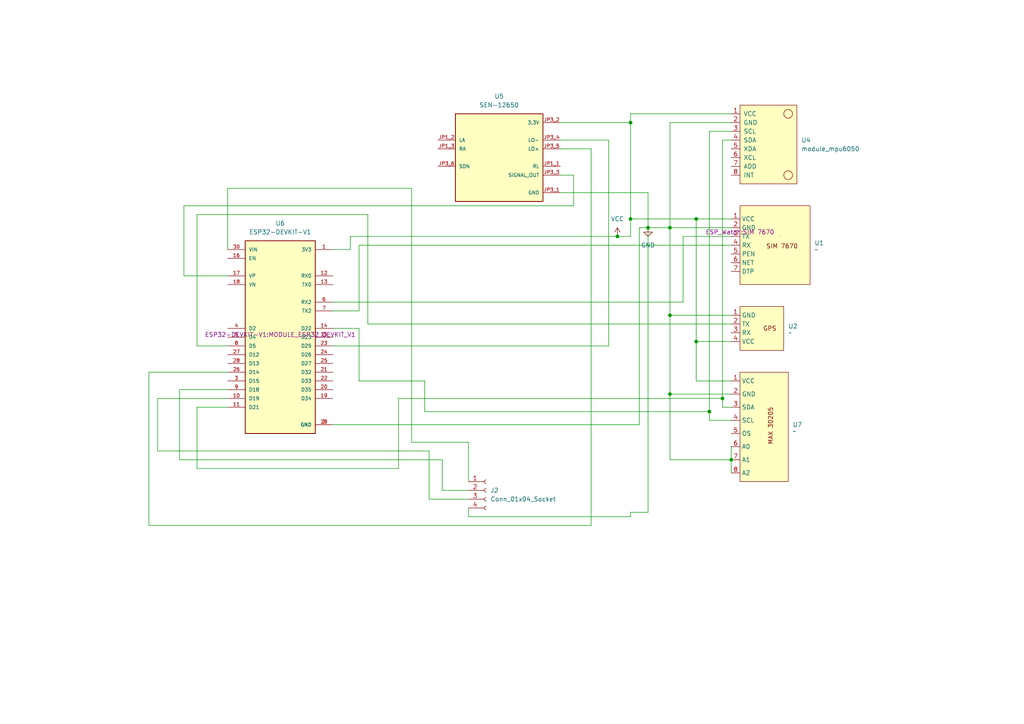
<source format=kicad_sch>
(kicad_sch
	(version 20231120)
	(generator "eeschema")
	(generator_version "8.0")
	(uuid "bd5c0c50-4745-4e44-aefa-3be5260d933f")
	(paper "A4")
	(lib_symbols
		(symbol "Connector:Conn_01x04_Socket"
			(pin_names
				(offset 1.016) hide)
			(exclude_from_sim no)
			(in_bom yes)
			(on_board yes)
			(property "Reference" "J"
				(at 0 5.08 0)
				(effects
					(font
						(size 1.27 1.27)
					)
				)
			)
			(property "Value" "Conn_01x04_Socket"
				(at 0 -7.62 0)
				(effects
					(font
						(size 1.27 1.27)
					)
				)
			)
			(property "Footprint" ""
				(at 0 0 0)
				(effects
					(font
						(size 1.27 1.27)
					)
					(hide yes)
				)
			)
			(property "Datasheet" "~"
				(at 0 0 0)
				(effects
					(font
						(size 1.27 1.27)
					)
					(hide yes)
				)
			)
			(property "Description" "Generic connector, single row, 01x04, script generated"
				(at 0 0 0)
				(effects
					(font
						(size 1.27 1.27)
					)
					(hide yes)
				)
			)
			(property "ki_locked" ""
				(at 0 0 0)
				(effects
					(font
						(size 1.27 1.27)
					)
				)
			)
			(property "ki_keywords" "connector"
				(at 0 0 0)
				(effects
					(font
						(size 1.27 1.27)
					)
					(hide yes)
				)
			)
			(property "ki_fp_filters" "Connector*:*_1x??_*"
				(at 0 0 0)
				(effects
					(font
						(size 1.27 1.27)
					)
					(hide yes)
				)
			)
			(symbol "Conn_01x04_Socket_1_1"
				(arc
					(start 0 -4.572)
					(mid -0.5058 -5.08)
					(end 0 -5.588)
					(stroke
						(width 0.1524)
						(type default)
					)
					(fill
						(type none)
					)
				)
				(arc
					(start 0 -2.032)
					(mid -0.5058 -2.54)
					(end 0 -3.048)
					(stroke
						(width 0.1524)
						(type default)
					)
					(fill
						(type none)
					)
				)
				(polyline
					(pts
						(xy -1.27 -5.08) (xy -0.508 -5.08)
					)
					(stroke
						(width 0.1524)
						(type default)
					)
					(fill
						(type none)
					)
				)
				(polyline
					(pts
						(xy -1.27 -2.54) (xy -0.508 -2.54)
					)
					(stroke
						(width 0.1524)
						(type default)
					)
					(fill
						(type none)
					)
				)
				(polyline
					(pts
						(xy -1.27 0) (xy -0.508 0)
					)
					(stroke
						(width 0.1524)
						(type default)
					)
					(fill
						(type none)
					)
				)
				(polyline
					(pts
						(xy -1.27 2.54) (xy -0.508 2.54)
					)
					(stroke
						(width 0.1524)
						(type default)
					)
					(fill
						(type none)
					)
				)
				(arc
					(start 0 0.508)
					(mid -0.5058 0)
					(end 0 -0.508)
					(stroke
						(width 0.1524)
						(type default)
					)
					(fill
						(type none)
					)
				)
				(arc
					(start 0 3.048)
					(mid -0.5058 2.54)
					(end 0 2.032)
					(stroke
						(width 0.1524)
						(type default)
					)
					(fill
						(type none)
					)
				)
				(pin passive line
					(at -5.08 2.54 0)
					(length 3.81)
					(name "Pin_1"
						(effects
							(font
								(size 1.27 1.27)
							)
						)
					)
					(number "1"
						(effects
							(font
								(size 1.27 1.27)
							)
						)
					)
				)
				(pin passive line
					(at -5.08 0 0)
					(length 3.81)
					(name "Pin_2"
						(effects
							(font
								(size 1.27 1.27)
							)
						)
					)
					(number "2"
						(effects
							(font
								(size 1.27 1.27)
							)
						)
					)
				)
				(pin passive line
					(at -5.08 -2.54 0)
					(length 3.81)
					(name "Pin_3"
						(effects
							(font
								(size 1.27 1.27)
							)
						)
					)
					(number "3"
						(effects
							(font
								(size 1.27 1.27)
							)
						)
					)
				)
				(pin passive line
					(at -5.08 -5.08 0)
					(length 3.81)
					(name "Pin_4"
						(effects
							(font
								(size 1.27 1.27)
							)
						)
					)
					(number "4"
						(effects
							(font
								(size 1.27 1.27)
							)
						)
					)
				)
			)
		)
		(symbol "ESP32-DEVKIT-V1:ESP32-DEVKIT-V1"
			(pin_names
				(offset 1.016)
			)
			(exclude_from_sim no)
			(in_bom yes)
			(on_board yes)
			(property "Reference" "U"
				(at -10.16 30.48 0)
				(effects
					(font
						(size 1.27 1.27)
					)
					(justify left top)
				)
			)
			(property "Value" "ESP32-DEVKIT-V1"
				(at -10.16 -30.48 0)
				(effects
					(font
						(size 1.27 1.27)
					)
					(justify left bottom)
				)
			)
			(property "Footprint" "ESP32-DEVKIT-V1:MODULE_ESP32_DEVKIT_V1"
				(at 0 0 0)
				(effects
					(font
						(size 1.27 1.27)
					)
					(justify bottom)
					(hide yes)
				)
			)
			(property "Datasheet" ""
				(at 0 0 0)
				(effects
					(font
						(size 1.27 1.27)
					)
					(hide yes)
				)
			)
			(property "Description" ""
				(at 0 0 0)
				(effects
					(font
						(size 1.27 1.27)
					)
					(hide yes)
				)
			)
			(property "MF" "Do it"
				(at 0 0 0)
				(effects
					(font
						(size 1.27 1.27)
					)
					(justify bottom)
					(hide yes)
				)
			)
			(property "MAXIMUM_PACKAGE_HEIGHT" "6.8 mm"
				(at 0 0 0)
				(effects
					(font
						(size 1.27 1.27)
					)
					(justify bottom)
					(hide yes)
				)
			)
			(property "Package" "None"
				(at 0 0 0)
				(effects
					(font
						(size 1.27 1.27)
					)
					(justify bottom)
					(hide yes)
				)
			)
			(property "Price" "None"
				(at 0 0 0)
				(effects
					(font
						(size 1.27 1.27)
					)
					(justify bottom)
					(hide yes)
				)
			)
			(property "Check_prices" "https://www.snapeda.com/parts/ESP32-DEVKIT-V1/Do+it/view-part/?ref=eda"
				(at 0 0 0)
				(effects
					(font
						(size 1.27 1.27)
					)
					(justify bottom)
					(hide yes)
				)
			)
			(property "STANDARD" "Manufacturer Recommendations"
				(at 0 0 0)
				(effects
					(font
						(size 1.27 1.27)
					)
					(justify bottom)
					(hide yes)
				)
			)
			(property "PARTREV" "N/A"
				(at 0 0 0)
				(effects
					(font
						(size 1.27 1.27)
					)
					(justify bottom)
					(hide yes)
				)
			)
			(property "SnapEDA_Link" "https://www.snapeda.com/parts/ESP32-DEVKIT-V1/Do+it/view-part/?ref=snap"
				(at 0 0 0)
				(effects
					(font
						(size 1.27 1.27)
					)
					(justify bottom)
					(hide yes)
				)
			)
			(property "MP" "ESP32-DEVKIT-V1"
				(at 0 0 0)
				(effects
					(font
						(size 1.27 1.27)
					)
					(justify bottom)
					(hide yes)
				)
			)
			(property "Description_1" "\n                        \n                            Dual core, Wi-Fi: 2.4 GHz up to 150 Mbits/s,BLE (Bluetooth Low Energy) and legacy Bluetooth, 32 bits, Up to 240 MHz\n                        \n"
				(at 0 0 0)
				(effects
					(font
						(size 1.27 1.27)
					)
					(justify bottom)
					(hide yes)
				)
			)
			(property "Availability" "Not in stock"
				(at 0 0 0)
				(effects
					(font
						(size 1.27 1.27)
					)
					(justify bottom)
					(hide yes)
				)
			)
			(property "MANUFACTURER" "DOIT"
				(at 0 0 0)
				(effects
					(font
						(size 1.27 1.27)
					)
					(justify bottom)
					(hide yes)
				)
			)
			(symbol "ESP32-DEVKIT-V1_0_0"
				(rectangle
					(start -10.16 -27.94)
					(end 10.16 27.94)
					(stroke
						(width 0.254)
						(type default)
					)
					(fill
						(type background)
					)
				)
				(pin output line
					(at 15.24 25.4 180)
					(length 5.08)
					(name "3V3"
						(effects
							(font
								(size 1.016 1.016)
							)
						)
					)
					(number "1"
						(effects
							(font
								(size 1.016 1.016)
							)
						)
					)
				)
				(pin bidirectional line
					(at -15.24 -17.78 0)
					(length 5.08)
					(name "D19"
						(effects
							(font
								(size 1.016 1.016)
							)
						)
					)
					(number "10"
						(effects
							(font
								(size 1.016 1.016)
							)
						)
					)
				)
				(pin bidirectional line
					(at -15.24 -20.32 0)
					(length 5.08)
					(name "D21"
						(effects
							(font
								(size 1.016 1.016)
							)
						)
					)
					(number "11"
						(effects
							(font
								(size 1.016 1.016)
							)
						)
					)
				)
				(pin input line
					(at 15.24 17.78 180)
					(length 5.08)
					(name "RX0"
						(effects
							(font
								(size 1.016 1.016)
							)
						)
					)
					(number "12"
						(effects
							(font
								(size 1.016 1.016)
							)
						)
					)
				)
				(pin output line
					(at 15.24 15.24 180)
					(length 5.08)
					(name "TX0"
						(effects
							(font
								(size 1.016 1.016)
							)
						)
					)
					(number "13"
						(effects
							(font
								(size 1.016 1.016)
							)
						)
					)
				)
				(pin bidirectional line
					(at 15.24 2.54 180)
					(length 5.08)
					(name "D22"
						(effects
							(font
								(size 1.016 1.016)
							)
						)
					)
					(number "14"
						(effects
							(font
								(size 1.016 1.016)
							)
						)
					)
				)
				(pin bidirectional line
					(at 15.24 0 180)
					(length 5.08)
					(name "D23"
						(effects
							(font
								(size 1.016 1.016)
							)
						)
					)
					(number "15"
						(effects
							(font
								(size 1.016 1.016)
							)
						)
					)
				)
				(pin input line
					(at -15.24 22.86 0)
					(length 5.08)
					(name "EN"
						(effects
							(font
								(size 1.016 1.016)
							)
						)
					)
					(number "16"
						(effects
							(font
								(size 1.016 1.016)
							)
						)
					)
				)
				(pin bidirectional line
					(at -15.24 17.78 0)
					(length 5.08)
					(name "VP"
						(effects
							(font
								(size 1.016 1.016)
							)
						)
					)
					(number "17"
						(effects
							(font
								(size 1.016 1.016)
							)
						)
					)
				)
				(pin bidirectional line
					(at -15.24 15.24 0)
					(length 5.08)
					(name "VN"
						(effects
							(font
								(size 1.016 1.016)
							)
						)
					)
					(number "18"
						(effects
							(font
								(size 1.016 1.016)
							)
						)
					)
				)
				(pin bidirectional line
					(at 15.24 -17.78 180)
					(length 5.08)
					(name "D34"
						(effects
							(font
								(size 1.016 1.016)
							)
						)
					)
					(number "19"
						(effects
							(font
								(size 1.016 1.016)
							)
						)
					)
				)
				(pin power_in line
					(at 15.24 -25.4 180)
					(length 5.08)
					(name "GND"
						(effects
							(font
								(size 1.016 1.016)
							)
						)
					)
					(number "2"
						(effects
							(font
								(size 1.016 1.016)
							)
						)
					)
				)
				(pin bidirectional line
					(at 15.24 -15.24 180)
					(length 5.08)
					(name "D35"
						(effects
							(font
								(size 1.016 1.016)
							)
						)
					)
					(number "20"
						(effects
							(font
								(size 1.016 1.016)
							)
						)
					)
				)
				(pin bidirectional line
					(at 15.24 -10.16 180)
					(length 5.08)
					(name "D32"
						(effects
							(font
								(size 1.016 1.016)
							)
						)
					)
					(number "21"
						(effects
							(font
								(size 1.016 1.016)
							)
						)
					)
				)
				(pin bidirectional line
					(at 15.24 -12.7 180)
					(length 5.08)
					(name "D33"
						(effects
							(font
								(size 1.016 1.016)
							)
						)
					)
					(number "22"
						(effects
							(font
								(size 1.016 1.016)
							)
						)
					)
				)
				(pin bidirectional line
					(at 15.24 -2.54 180)
					(length 5.08)
					(name "D25"
						(effects
							(font
								(size 1.016 1.016)
							)
						)
					)
					(number "23"
						(effects
							(font
								(size 1.016 1.016)
							)
						)
					)
				)
				(pin bidirectional line
					(at 15.24 -5.08 180)
					(length 5.08)
					(name "D26"
						(effects
							(font
								(size 1.016 1.016)
							)
						)
					)
					(number "24"
						(effects
							(font
								(size 1.016 1.016)
							)
						)
					)
				)
				(pin bidirectional line
					(at 15.24 -7.62 180)
					(length 5.08)
					(name "D27"
						(effects
							(font
								(size 1.016 1.016)
							)
						)
					)
					(number "25"
						(effects
							(font
								(size 1.016 1.016)
							)
						)
					)
				)
				(pin bidirectional line
					(at -15.24 -10.16 0)
					(length 5.08)
					(name "D14"
						(effects
							(font
								(size 1.016 1.016)
							)
						)
					)
					(number "26"
						(effects
							(font
								(size 1.016 1.016)
							)
						)
					)
				)
				(pin bidirectional line
					(at -15.24 -5.08 0)
					(length 5.08)
					(name "D12"
						(effects
							(font
								(size 1.016 1.016)
							)
						)
					)
					(number "27"
						(effects
							(font
								(size 1.016 1.016)
							)
						)
					)
				)
				(pin bidirectional line
					(at -15.24 -7.62 0)
					(length 5.08)
					(name "D13"
						(effects
							(font
								(size 1.016 1.016)
							)
						)
					)
					(number "28"
						(effects
							(font
								(size 1.016 1.016)
							)
						)
					)
				)
				(pin power_in line
					(at 15.24 -25.4 180)
					(length 5.08)
					(name "GND"
						(effects
							(font
								(size 1.016 1.016)
							)
						)
					)
					(number "29"
						(effects
							(font
								(size 1.016 1.016)
							)
						)
					)
				)
				(pin bidirectional line
					(at -15.24 -12.7 0)
					(length 5.08)
					(name "D15"
						(effects
							(font
								(size 1.016 1.016)
							)
						)
					)
					(number "3"
						(effects
							(font
								(size 1.016 1.016)
							)
						)
					)
				)
				(pin input line
					(at -15.24 25.4 0)
					(length 5.08)
					(name "VIN"
						(effects
							(font
								(size 1.016 1.016)
							)
						)
					)
					(number "30"
						(effects
							(font
								(size 1.016 1.016)
							)
						)
					)
				)
				(pin bidirectional line
					(at -15.24 2.54 0)
					(length 5.08)
					(name "D2"
						(effects
							(font
								(size 1.016 1.016)
							)
						)
					)
					(number "4"
						(effects
							(font
								(size 1.016 1.016)
							)
						)
					)
				)
				(pin bidirectional line
					(at -15.24 0 0)
					(length 5.08)
					(name "D4"
						(effects
							(font
								(size 1.016 1.016)
							)
						)
					)
					(number "5"
						(effects
							(font
								(size 1.016 1.016)
							)
						)
					)
				)
				(pin input line
					(at 15.24 10.16 180)
					(length 5.08)
					(name "RX2"
						(effects
							(font
								(size 1.016 1.016)
							)
						)
					)
					(number "6"
						(effects
							(font
								(size 1.016 1.016)
							)
						)
					)
				)
				(pin output line
					(at 15.24 7.62 180)
					(length 5.08)
					(name "TX2"
						(effects
							(font
								(size 1.016 1.016)
							)
						)
					)
					(number "7"
						(effects
							(font
								(size 1.016 1.016)
							)
						)
					)
				)
				(pin bidirectional line
					(at -15.24 -2.54 0)
					(length 5.08)
					(name "D5"
						(effects
							(font
								(size 1.016 1.016)
							)
						)
					)
					(number "8"
						(effects
							(font
								(size 1.016 1.016)
							)
						)
					)
				)
				(pin bidirectional line
					(at -15.24 -15.24 0)
					(length 5.08)
					(name "D18"
						(effects
							(font
								(size 1.016 1.016)
							)
						)
					)
					(number "9"
						(effects
							(font
								(size 1.016 1.016)
							)
						)
					)
				)
			)
		)
		(symbol "ESP_Watch:MAX_30205"
			(exclude_from_sim no)
			(in_bom yes)
			(on_board yes)
			(property "Reference" "U"
				(at -3.302 13.208 0)
				(effects
					(font
						(size 1.27 1.27)
					)
				)
			)
			(property "Value" ""
				(at 0 0 0)
				(effects
					(font
						(size 1.27 1.27)
					)
				)
			)
			(property "Footprint" ""
				(at 0 0 0)
				(effects
					(font
						(size 1.27 1.27)
					)
					(hide yes)
				)
			)
			(property "Datasheet" ""
				(at 0 0 0)
				(effects
					(font
						(size 1.27 1.27)
					)
					(hide yes)
				)
			)
			(property "Description" ""
				(at 0 0 0)
				(effects
					(font
						(size 1.27 1.27)
					)
					(hide yes)
				)
			)
			(symbol "MAX_30205_1_1"
				(rectangle
					(start -3.81 11.43)
					(end 10.16 -20.32)
					(stroke
						(width 0)
						(type default)
					)
					(fill
						(type background)
					)
				)
				(text "MAX 30205"
					(at 5.08 -4.064 900)
					(effects
						(font
							(size 1.27 1.27)
						)
					)
				)
				(pin input line
					(at -6.35 8.89 0)
					(length 2.54)
					(name "VCC"
						(effects
							(font
								(size 1.27 1.27)
							)
						)
					)
					(number "1"
						(effects
							(font
								(size 1.27 1.27)
							)
						)
					)
				)
				(pin input line
					(at -6.35 5.08 0)
					(length 2.54)
					(name "GND"
						(effects
							(font
								(size 1.27 1.27)
							)
						)
					)
					(number "2"
						(effects
							(font
								(size 1.27 1.27)
							)
						)
					)
				)
				(pin bidirectional line
					(at -6.35 1.27 0)
					(length 2.54)
					(name "SDA"
						(effects
							(font
								(size 1.27 1.27)
							)
						)
					)
					(number "3"
						(effects
							(font
								(size 1.27 1.27)
							)
						)
					)
				)
				(pin bidirectional line
					(at -6.35 -2.54 0)
					(length 2.54)
					(name "SCL"
						(effects
							(font
								(size 1.27 1.27)
							)
						)
					)
					(number "4"
						(effects
							(font
								(size 1.27 1.27)
							)
						)
					)
				)
				(pin bidirectional line
					(at -6.35 -6.35 0)
					(length 2.54)
					(name "OS"
						(effects
							(font
								(size 1.27 1.27)
							)
						)
					)
					(number "5"
						(effects
							(font
								(size 1.27 1.27)
							)
						)
					)
				)
				(pin bidirectional line
					(at -6.35 -10.16 0)
					(length 2.54)
					(name "A0"
						(effects
							(font
								(size 1.27 1.27)
							)
						)
					)
					(number "6"
						(effects
							(font
								(size 1.27 1.27)
							)
						)
					)
				)
				(pin bidirectional line
					(at -6.35 -13.97 0)
					(length 2.54)
					(name "A1"
						(effects
							(font
								(size 1.27 1.27)
							)
						)
					)
					(number "7"
						(effects
							(font
								(size 1.27 1.27)
							)
						)
					)
				)
				(pin bidirectional line
					(at -6.35 -17.78 0)
					(length 2.54)
					(name "A2"
						(effects
							(font
								(size 1.27 1.27)
							)
						)
					)
					(number "8"
						(effects
							(font
								(size 1.27 1.27)
							)
						)
					)
				)
			)
		)
		(symbol "ESP_Watch:NEO-6M"
			(exclude_from_sim no)
			(in_bom yes)
			(on_board yes)
			(property "Reference" "U"
				(at 0 0 0)
				(effects
					(font
						(size 1.27 1.27)
					)
				)
			)
			(property "Value" ""
				(at 0 0 0)
				(effects
					(font
						(size 1.27 1.27)
					)
				)
			)
			(property "Footprint" ""
				(at 0 0 0)
				(effects
					(font
						(size 1.27 1.27)
					)
					(hide yes)
				)
			)
			(property "Datasheet" ""
				(at 0 0 0)
				(effects
					(font
						(size 1.27 1.27)
					)
					(hide yes)
				)
			)
			(property "Description" ""
				(at 0 0 0)
				(effects
					(font
						(size 1.27 1.27)
					)
					(hide yes)
				)
			)
			(symbol "NEO-6M_1_1"
				(rectangle
					(start -8.89 12.7)
					(end 3.81 0)
					(stroke
						(width 0)
						(type default)
					)
					(fill
						(type background)
					)
				)
				(text "GPS"
					(at -0.254 6.35 0)
					(effects
						(font
							(size 1.27 1.27)
						)
					)
				)
				(pin input line
					(at -11.43 10.16 0)
					(length 2.54)
					(name "GND"
						(effects
							(font
								(size 1.27 1.27)
							)
						)
					)
					(number "1"
						(effects
							(font
								(size 1.27 1.27)
							)
						)
					)
				)
				(pin bidirectional line
					(at -11.43 7.62 0)
					(length 2.54)
					(name "TX"
						(effects
							(font
								(size 1.27 1.27)
							)
						)
					)
					(number "2"
						(effects
							(font
								(size 1.27 1.27)
							)
						)
					)
				)
				(pin bidirectional line
					(at -11.43 5.08 0)
					(length 2.54)
					(name "RX"
						(effects
							(font
								(size 1.27 1.27)
							)
						)
					)
					(number "3"
						(effects
							(font
								(size 1.27 1.27)
							)
						)
					)
				)
				(pin input line
					(at -11.43 2.54 0)
					(length 2.54)
					(name "VCC"
						(effects
							(font
								(size 1.27 1.27)
							)
						)
					)
					(number "4"
						(effects
							(font
								(size 1.27 1.27)
							)
						)
					)
				)
			)
		)
		(symbol "ESP_Watch:SIM_7670"
			(exclude_from_sim no)
			(in_bom yes)
			(on_board yes)
			(property "Reference" "U"
				(at 0 0 0)
				(effects
					(font
						(size 1.27 1.27)
					)
				)
			)
			(property "Value" ""
				(at 0 0 0)
				(effects
					(font
						(size 1.27 1.27)
					)
				)
			)
			(property "Footprint" ""
				(at 0 0 0)
				(effects
					(font
						(size 1.27 1.27)
					)
					(hide yes)
				)
			)
			(property "Datasheet" ""
				(at 0 0 0)
				(effects
					(font
						(size 1.27 1.27)
					)
					(hide yes)
				)
			)
			(property "Description" ""
				(at 0 0 0)
				(effects
					(font
						(size 1.27 1.27)
					)
					(hide yes)
				)
			)
			(symbol "SIM_7670_0_1"
				(rectangle
					(start 11.43 -1.27)
					(end 11.43 -1.27)
					(stroke
						(width 0)
						(type default)
					)
					(fill
						(type none)
					)
				)
			)
			(symbol "SIM_7670_1_1"
				(rectangle
					(start 0 7.62)
					(end 20.32 -15.24)
					(stroke
						(width 0)
						(type default)
					)
					(fill
						(type background)
					)
				)
				(text "SIM 7670"
					(at 12.192 -4.064 0)
					(effects
						(font
							(size 1.27 1.27)
						)
					)
				)
				(pin input line
					(at -2.54 3.81 0)
					(length 2.54)
					(name "VCC"
						(effects
							(font
								(size 1.27 1.27)
							)
						)
					)
					(number "1"
						(effects
							(font
								(size 1.27 1.27)
							)
						)
					)
				)
				(pin input line
					(at -2.54 1.27 0)
					(length 2.54)
					(name "GND"
						(effects
							(font
								(size 1.27 1.27)
							)
						)
					)
					(number "2"
						(effects
							(font
								(size 1.27 1.27)
							)
						)
					)
				)
				(pin bidirectional line
					(at -2.54 -1.27 0)
					(length 2.54)
					(name "TX"
						(effects
							(font
								(size 1.27 1.27)
							)
						)
					)
					(number "3"
						(effects
							(font
								(size 1.27 1.27)
							)
						)
					)
				)
				(pin bidirectional line
					(at -2.54 -3.81 0)
					(length 2.54)
					(name "RX"
						(effects
							(font
								(size 1.27 1.27)
							)
						)
					)
					(number "4"
						(effects
							(font
								(size 1.27 1.27)
							)
						)
					)
				)
				(pin bidirectional line
					(at -2.54 -6.35 0)
					(length 2.54)
					(name "PEN"
						(effects
							(font
								(size 1.27 1.27)
							)
						)
					)
					(number "5"
						(effects
							(font
								(size 1.27 1.27)
							)
						)
					)
				)
				(pin bidirectional line
					(at -2.54 -8.89 0)
					(length 2.54)
					(name "NET"
						(effects
							(font
								(size 1.27 1.27)
							)
						)
					)
					(number "6"
						(effects
							(font
								(size 1.27 1.27)
							)
						)
					)
				)
				(pin bidirectional line
					(at -2.54 -11.43 0)
					(length 2.54)
					(name "DTP"
						(effects
							(font
								(size 1.27 1.27)
							)
						)
					)
					(number "7"
						(effects
							(font
								(size 1.27 1.27)
							)
						)
					)
				)
			)
		)
		(symbol "SEN-12650:SEN-12650"
			(pin_names
				(offset 1.016)
			)
			(exclude_from_sim no)
			(in_bom yes)
			(on_board yes)
			(property "Reference" "U"
				(at -12.7 13.462 0)
				(effects
					(font
						(size 1.27 1.27)
					)
					(justify left bottom)
				)
			)
			(property "Value" "SEN-12650"
				(at -12.7 -15.24 0)
				(effects
					(font
						(size 1.27 1.27)
					)
					(justify left bottom)
				)
			)
			(property "Footprint" "SEN-12650:MODULE_SEN-12650"
				(at 0 0 0)
				(effects
					(font
						(size 1.27 1.27)
					)
					(justify bottom)
					(hide yes)
				)
			)
			(property "Datasheet" ""
				(at 0 0 0)
				(effects
					(font
						(size 1.27 1.27)
					)
					(hide yes)
				)
			)
			(property "Description" ""
				(at 0 0 0)
				(effects
					(font
						(size 1.27 1.27)
					)
					(hide yes)
				)
			)
			(property "MF" "SparkFun Electronics"
				(at 0 0 0)
				(effects
					(font
						(size 1.27 1.27)
					)
					(justify bottom)
					(hide yes)
				)
			)
			(property "MAXIMUM_PACKAGE_HEIGHT" "5mm"
				(at 0 0 0)
				(effects
					(font
						(size 1.27 1.27)
					)
					(justify bottom)
					(hide yes)
				)
			)
			(property "Package" "None"
				(at 0 0 0)
				(effects
					(font
						(size 1.27 1.27)
					)
					(justify bottom)
					(hide yes)
				)
			)
			(property "Price" "None"
				(at 0 0 0)
				(effects
					(font
						(size 1.27 1.27)
					)
					(justify bottom)
					(hide yes)
				)
			)
			(property "Check_prices" "https://www.snapeda.com/parts/SEN-12650/SparkFun+Electronics/view-part/?ref=eda"
				(at 0 0 0)
				(effects
					(font
						(size 1.27 1.27)
					)
					(justify bottom)
					(hide yes)
				)
			)
			(property "STANDARD" "Manufacturer Recommendations"
				(at 0 0 0)
				(effects
					(font
						(size 1.27 1.27)
					)
					(justify bottom)
					(hide yes)
				)
			)
			(property "PARTREV" "V10"
				(at 0 0 0)
				(effects
					(font
						(size 1.27 1.27)
					)
					(justify bottom)
					(hide yes)
				)
			)
			(property "SnapEDA_Link" "https://www.snapeda.com/parts/SEN-12650/SparkFun+Electronics/view-part/?ref=snap"
				(at 0 0 0)
				(effects
					(font
						(size 1.27 1.27)
					)
					(justify bottom)
					(hide yes)
				)
			)
			(property "MP" "SEN-12650"
				(at 0 0 0)
				(effects
					(font
						(size 1.27 1.27)
					)
					(justify bottom)
					(hide yes)
				)
			)
			(property "Description_1" "\n                        \n                            AD8232 - Analog Front End (AFE) for ECG, EKG Interface Evaluation Board\n                        \n"
				(at 0 0 0)
				(effects
					(font
						(size 1.27 1.27)
					)
					(justify bottom)
					(hide yes)
				)
			)
			(property "SNAPEDA_PN" "SEN-12650"
				(at 0 0 0)
				(effects
					(font
						(size 1.27 1.27)
					)
					(justify bottom)
					(hide yes)
				)
			)
			(property "Availability" "In Stock"
				(at 0 0 0)
				(effects
					(font
						(size 1.27 1.27)
					)
					(justify bottom)
					(hide yes)
				)
			)
			(property "MANUFACTURER" "Sparkfun Electornics"
				(at 0 0 0)
				(effects
					(font
						(size 1.27 1.27)
					)
					(justify bottom)
					(hide yes)
				)
			)
			(symbol "SEN-12650_0_0"
				(rectangle
					(start -12.7 -12.7)
					(end 12.7 12.7)
					(stroke
						(width 0.254)
						(type default)
					)
					(fill
						(type background)
					)
				)
				(pin output line
					(at 17.78 -2.54 180)
					(length 5.08)
					(name "RL"
						(effects
							(font
								(size 1.016 1.016)
							)
						)
					)
					(number "JP1_1"
						(effects
							(font
								(size 1.016 1.016)
							)
						)
					)
				)
				(pin input line
					(at -17.78 5.08 0)
					(length 5.08)
					(name "LA"
						(effects
							(font
								(size 1.016 1.016)
							)
						)
					)
					(number "JP1_2"
						(effects
							(font
								(size 1.016 1.016)
							)
						)
					)
				)
				(pin input line
					(at -17.78 2.54 0)
					(length 5.08)
					(name "RA"
						(effects
							(font
								(size 1.016 1.016)
							)
						)
					)
					(number "JP1_3"
						(effects
							(font
								(size 1.016 1.016)
							)
						)
					)
				)
				(pin power_in line
					(at 17.78 -10.16 180)
					(length 5.08)
					(name "GND"
						(effects
							(font
								(size 1.016 1.016)
							)
						)
					)
					(number "JP3_1"
						(effects
							(font
								(size 1.016 1.016)
							)
						)
					)
				)
				(pin power_in line
					(at 17.78 10.16 180)
					(length 5.08)
					(name "3.3V"
						(effects
							(font
								(size 1.016 1.016)
							)
						)
					)
					(number "JP3_2"
						(effects
							(font
								(size 1.016 1.016)
							)
						)
					)
				)
				(pin output line
					(at 17.78 -5.08 180)
					(length 5.08)
					(name "SIGNAL_OUT"
						(effects
							(font
								(size 1.016 1.016)
							)
						)
					)
					(number "JP3_3"
						(effects
							(font
								(size 1.016 1.016)
							)
						)
					)
				)
				(pin output line
					(at 17.78 5.08 180)
					(length 5.08)
					(name "LO-"
						(effects
							(font
								(size 1.016 1.016)
							)
						)
					)
					(number "JP3_4"
						(effects
							(font
								(size 1.016 1.016)
							)
						)
					)
				)
				(pin output line
					(at 17.78 2.54 180)
					(length 5.08)
					(name "LO+"
						(effects
							(font
								(size 1.016 1.016)
							)
						)
					)
					(number "JP3_5"
						(effects
							(font
								(size 1.016 1.016)
							)
						)
					)
				)
				(pin input line
					(at -17.78 -2.54 0)
					(length 5.08)
					(name "SDN"
						(effects
							(font
								(size 1.016 1.016)
							)
						)
					)
					(number "JP3_6"
						(effects
							(font
								(size 1.016 1.016)
							)
						)
					)
				)
			)
		)
		(symbol "power:GND"
			(power)
			(pin_numbers hide)
			(pin_names
				(offset 0) hide)
			(exclude_from_sim no)
			(in_bom yes)
			(on_board yes)
			(property "Reference" "#PWR"
				(at 0 -6.35 0)
				(effects
					(font
						(size 1.27 1.27)
					)
					(hide yes)
				)
			)
			(property "Value" "GND"
				(at 0 -3.81 0)
				(effects
					(font
						(size 1.27 1.27)
					)
				)
			)
			(property "Footprint" ""
				(at 0 0 0)
				(effects
					(font
						(size 1.27 1.27)
					)
					(hide yes)
				)
			)
			(property "Datasheet" ""
				(at 0 0 0)
				(effects
					(font
						(size 1.27 1.27)
					)
					(hide yes)
				)
			)
			(property "Description" "Power symbol creates a global label with name \"GND\" , ground"
				(at 0 0 0)
				(effects
					(font
						(size 1.27 1.27)
					)
					(hide yes)
				)
			)
			(property "ki_keywords" "global power"
				(at 0 0 0)
				(effects
					(font
						(size 1.27 1.27)
					)
					(hide yes)
				)
			)
			(symbol "GND_0_1"
				(polyline
					(pts
						(xy 0 0) (xy 0 -1.27) (xy 1.27 -1.27) (xy 0 -2.54) (xy -1.27 -1.27) (xy 0 -1.27)
					)
					(stroke
						(width 0)
						(type default)
					)
					(fill
						(type none)
					)
				)
			)
			(symbol "GND_1_1"
				(pin power_in line
					(at 0 0 270)
					(length 0)
					(name "~"
						(effects
							(font
								(size 1.27 1.27)
							)
						)
					)
					(number "1"
						(effects
							(font
								(size 1.27 1.27)
							)
						)
					)
				)
			)
		)
		(symbol "power:VCC"
			(power)
			(pin_numbers hide)
			(pin_names
				(offset 0) hide)
			(exclude_from_sim no)
			(in_bom yes)
			(on_board yes)
			(property "Reference" "#PWR"
				(at 0 -3.81 0)
				(effects
					(font
						(size 1.27 1.27)
					)
					(hide yes)
				)
			)
			(property "Value" "VCC"
				(at 0 3.556 0)
				(effects
					(font
						(size 1.27 1.27)
					)
				)
			)
			(property "Footprint" ""
				(at 0 0 0)
				(effects
					(font
						(size 1.27 1.27)
					)
					(hide yes)
				)
			)
			(property "Datasheet" ""
				(at 0 0 0)
				(effects
					(font
						(size 1.27 1.27)
					)
					(hide yes)
				)
			)
			(property "Description" "Power symbol creates a global label with name \"VCC\""
				(at 0 0 0)
				(effects
					(font
						(size 1.27 1.27)
					)
					(hide yes)
				)
			)
			(property "ki_keywords" "global power"
				(at 0 0 0)
				(effects
					(font
						(size 1.27 1.27)
					)
					(hide yes)
				)
			)
			(symbol "VCC_0_1"
				(polyline
					(pts
						(xy -0.762 1.27) (xy 0 2.54)
					)
					(stroke
						(width 0)
						(type default)
					)
					(fill
						(type none)
					)
				)
				(polyline
					(pts
						(xy 0 0) (xy 0 2.54)
					)
					(stroke
						(width 0)
						(type default)
					)
					(fill
						(type none)
					)
				)
				(polyline
					(pts
						(xy 0 2.54) (xy 0.762 1.27)
					)
					(stroke
						(width 0)
						(type default)
					)
					(fill
						(type none)
					)
				)
			)
			(symbol "VCC_1_1"
				(pin power_in line
					(at 0 0 90)
					(length 0)
					(name "~"
						(effects
							(font
								(size 1.27 1.27)
							)
						)
					)
					(number "1"
						(effects
							(font
								(size 1.27 1.27)
							)
						)
					)
				)
			)
		)
		(symbol "usini_sensors:module_mpu6050"
			(pin_names
				(offset 1.016)
			)
			(exclude_from_sim no)
			(in_bom yes)
			(on_board yes)
			(property "Reference" "U"
				(at 2.54 21.59 0)
				(effects
					(font
						(size 1.27 1.27)
					)
				)
			)
			(property "Value" "module_mpu6050"
				(at 11.43 -3.81 0)
				(effects
					(font
						(size 1.27 1.27)
					)
				)
			)
			(property "Footprint" "usini_sensors:module_mpu6050"
				(at 11.43 -6.35 0)
				(effects
					(font
						(size 1.27 1.27)
					)
					(hide yes)
				)
			)
			(property "Datasheet" ""
				(at 0 6.35 0)
				(effects
					(font
						(size 1.27 1.27)
					)
					(hide yes)
				)
			)
			(property "Description" ""
				(at 0 0 0)
				(effects
					(font
						(size 1.27 1.27)
					)
					(hide yes)
				)
			)
			(symbol "module_mpu6050_0_1"
				(rectangle
					(start 2.54 20.32)
					(end 19.05 -2.54)
					(stroke
						(width 0)
						(type default)
					)
					(fill
						(type background)
					)
				)
				(circle
					(center 16.51 0)
					(radius 1.27)
					(stroke
						(width 0)
						(type default)
					)
					(fill
						(type none)
					)
				)
				(circle
					(center 16.51 17.78)
					(radius 1.27)
					(stroke
						(width 0)
						(type default)
					)
					(fill
						(type none)
					)
				)
			)
			(symbol "module_mpu6050_1_1"
				(pin input line
					(at 0 17.78 0)
					(length 2.54)
					(name "VCC"
						(effects
							(font
								(size 1.27 1.27)
							)
						)
					)
					(number "1"
						(effects
							(font
								(size 1.27 1.27)
							)
						)
					)
				)
				(pin input line
					(at 0 15.24 0)
					(length 2.54)
					(name "GND"
						(effects
							(font
								(size 1.27 1.27)
							)
						)
					)
					(number "2"
						(effects
							(font
								(size 1.27 1.27)
							)
						)
					)
				)
				(pin input line
					(at 0 12.7 0)
					(length 2.54)
					(name "SCL"
						(effects
							(font
								(size 1.27 1.27)
							)
						)
					)
					(number "3"
						(effects
							(font
								(size 1.27 1.27)
							)
						)
					)
				)
				(pin input line
					(at 0 10.16 0)
					(length 2.54)
					(name "SDA"
						(effects
							(font
								(size 1.27 1.27)
							)
						)
					)
					(number "4"
						(effects
							(font
								(size 1.27 1.27)
							)
						)
					)
				)
				(pin input line
					(at 0 7.62 0)
					(length 2.54)
					(name "XDA"
						(effects
							(font
								(size 1.27 1.27)
							)
						)
					)
					(number "5"
						(effects
							(font
								(size 1.27 1.27)
							)
						)
					)
				)
				(pin input line
					(at 0 5.08 0)
					(length 2.54)
					(name "XCL"
						(effects
							(font
								(size 1.27 1.27)
							)
						)
					)
					(number "6"
						(effects
							(font
								(size 1.27 1.27)
							)
						)
					)
				)
				(pin input line
					(at 0 2.54 0)
					(length 2.54)
					(name "ADD"
						(effects
							(font
								(size 1.27 1.27)
							)
						)
					)
					(number "7"
						(effects
							(font
								(size 1.27 1.27)
							)
						)
					)
				)
				(pin input line
					(at 0 0 0)
					(length 2.54)
					(name "INT"
						(effects
							(font
								(size 1.27 1.27)
							)
						)
					)
					(number "8"
						(effects
							(font
								(size 1.27 1.27)
							)
						)
					)
				)
			)
		)
	)
	(junction
		(at 201.93 99.06)
		(diameter 0)
		(color 0 0 0 0)
		(uuid "166c73a0-b37c-484d-ad09-26f59392e378")
	)
	(junction
		(at 209.55 115.57)
		(diameter 0)
		(color 0 0 0 0)
		(uuid "2d0fde8a-47df-46f1-a309-b8cec574f71f")
	)
	(junction
		(at 187.96 66.04)
		(diameter 0)
		(color 0 0 0 0)
		(uuid "376b94c9-8729-4859-9e77-d8b82979c184")
	)
	(junction
		(at 205.74 119.38)
		(diameter 0)
		(color 0 0 0 0)
		(uuid "38778eec-e32e-4e68-82cb-6874d20b061c")
	)
	(junction
		(at 194.31 114.3)
		(diameter 0)
		(color 0 0 0 0)
		(uuid "3f73d3b2-47e8-4bb0-9921-90683366dd63")
	)
	(junction
		(at 212.09 133.35)
		(diameter 0)
		(color 0 0 0 0)
		(uuid "51cec8aa-42fb-4f4a-827f-d9d19e2df502")
	)
	(junction
		(at 201.93 63.5)
		(diameter 0)
		(color 0 0 0 0)
		(uuid "8d1d02ea-15c7-4294-b5c1-b80aec640220")
	)
	(junction
		(at 182.88 63.5)
		(diameter 0)
		(color 0 0 0 0)
		(uuid "99654783-bb25-449b-a25b-4ca2c5df49d5")
	)
	(junction
		(at 194.31 91.44)
		(diameter 0)
		(color 0 0 0 0)
		(uuid "9fe5d07c-fbf6-4739-be92-fcbab603ee9f")
	)
	(junction
		(at 179.07 68.58)
		(diameter 0)
		(color 0 0 0 0)
		(uuid "ca84dda6-b903-46bd-bb84-03ce6482d660")
	)
	(junction
		(at 194.31 66.04)
		(diameter 0)
		(color 0 0 0 0)
		(uuid "d9fff8c2-2e31-4ad8-b3fd-e7de6b47f29b")
	)
	(junction
		(at 182.88 35.56)
		(diameter 0)
		(color 0 0 0 0)
		(uuid "da35a2b5-8ba3-4dbb-91f8-98d213faac9a")
	)
	(wire
		(pts
			(xy 171.45 152.4) (xy 43.18 152.4)
		)
		(stroke
			(width 0)
			(type default)
		)
		(uuid "013f19cf-00b9-43a2-b2f9-2d15476f12bc")
	)
	(wire
		(pts
			(xy 179.07 68.58) (xy 101.6 68.58)
		)
		(stroke
			(width 0)
			(type default)
		)
		(uuid "0247cc40-b0d8-44b8-986b-fec20f5629b2")
	)
	(wire
		(pts
			(xy 57.15 62.23) (xy 57.15 100.33)
		)
		(stroke
			(width 0)
			(type default)
		)
		(uuid "0b0d615d-7a20-4b51-af5c-eb90be6c8d28")
	)
	(wire
		(pts
			(xy 212.09 110.49) (xy 201.93 110.49)
		)
		(stroke
			(width 0)
			(type default)
		)
		(uuid "0ddb2e5f-1d5c-422d-86ab-b0530d11be97")
	)
	(wire
		(pts
			(xy 104.14 95.25) (xy 96.52 95.25)
		)
		(stroke
			(width 0)
			(type default)
		)
		(uuid "16fce420-115b-438b-b5b5-abcfb8feae93")
	)
	(wire
		(pts
			(xy 57.15 135.89) (xy 57.15 118.11)
		)
		(stroke
			(width 0)
			(type default)
		)
		(uuid "1913de78-0544-4ee1-a740-9bf3a9ed348f")
	)
	(wire
		(pts
			(xy 115.57 115.57) (xy 115.57 135.89)
		)
		(stroke
			(width 0)
			(type default)
		)
		(uuid "1a5cd21d-fcb4-4729-b895-3b5c486294b2")
	)
	(wire
		(pts
			(xy 124.46 144.78) (xy 135.89 144.78)
		)
		(stroke
			(width 0)
			(type default)
		)
		(uuid "1ae1c24f-6030-49b5-90c3-b359769f70d5")
	)
	(wire
		(pts
			(xy 45.72 130.81) (xy 124.46 130.81)
		)
		(stroke
			(width 0)
			(type default)
		)
		(uuid "1bd8f6aa-00d0-40c6-bed0-22ea5b7fcc41")
	)
	(wire
		(pts
			(xy 187.96 55.88) (xy 187.96 66.04)
		)
		(stroke
			(width 0)
			(type default)
		)
		(uuid "1e39a0e2-c66c-4d4e-bcea-ab2d6a87271f")
	)
	(wire
		(pts
			(xy 101.6 72.39) (xy 96.52 72.39)
		)
		(stroke
			(width 0)
			(type default)
		)
		(uuid "1f8ee9cc-c0a6-4d5c-9503-6cd7b214adfe")
	)
	(wire
		(pts
			(xy 194.31 66.04) (xy 212.09 66.04)
		)
		(stroke
			(width 0)
			(type default)
		)
		(uuid "2047efcf-b8ec-4938-ae91-5d07ebb30cab")
	)
	(wire
		(pts
			(xy 52.07 133.35) (xy 128.27 133.35)
		)
		(stroke
			(width 0)
			(type default)
		)
		(uuid "220f13b7-6042-464d-86de-708fb790a918")
	)
	(wire
		(pts
			(xy 209.55 40.64) (xy 209.55 115.57)
		)
		(stroke
			(width 0)
			(type default)
		)
		(uuid "239ef43f-57a5-4953-af8b-c48dc24576db")
	)
	(wire
		(pts
			(xy 43.18 107.95) (xy 66.04 107.95)
		)
		(stroke
			(width 0)
			(type default)
		)
		(uuid "2a6cab53-c591-4962-859d-b67c826a03e3")
	)
	(wire
		(pts
			(xy 106.68 93.98) (xy 212.09 93.98)
		)
		(stroke
			(width 0)
			(type default)
		)
		(uuid "2ec4b3a1-fc92-4e53-bae4-e42f7eafd22b")
	)
	(wire
		(pts
			(xy 187.96 66.04) (xy 185.42 66.04)
		)
		(stroke
			(width 0)
			(type default)
		)
		(uuid "2f280144-acfe-40ad-884d-95e7665d684d")
	)
	(wire
		(pts
			(xy 194.31 35.56) (xy 194.31 66.04)
		)
		(stroke
			(width 0)
			(type default)
		)
		(uuid "3109f1fd-68d3-4425-a6f0-be7afdd54a00")
	)
	(wire
		(pts
			(xy 205.74 119.38) (xy 205.74 38.1)
		)
		(stroke
			(width 0)
			(type default)
		)
		(uuid "3df9fd82-0adf-47bc-a9aa-3d96ed47aaac")
	)
	(wire
		(pts
			(xy 194.31 114.3) (xy 194.31 91.44)
		)
		(stroke
			(width 0)
			(type default)
		)
		(uuid "3f796938-2254-49f4-8388-e884d40c655c")
	)
	(wire
		(pts
			(xy 162.56 50.8) (xy 166.37 50.8)
		)
		(stroke
			(width 0)
			(type default)
		)
		(uuid "407481c9-9beb-4293-a949-b40686edbd0c")
	)
	(wire
		(pts
			(xy 45.72 115.57) (xy 66.04 115.57)
		)
		(stroke
			(width 0)
			(type default)
		)
		(uuid "4102b578-658a-46b0-bfaf-7594f6ae533e")
	)
	(wire
		(pts
			(xy 212.09 33.02) (xy 182.88 33.02)
		)
		(stroke
			(width 0)
			(type default)
		)
		(uuid "41e8e9eb-8916-4492-ae4c-60aae3773b1d")
	)
	(wire
		(pts
			(xy 162.56 43.18) (xy 171.45 43.18)
		)
		(stroke
			(width 0)
			(type default)
		)
		(uuid "440f5ca8-312e-44ff-9574-f5edfcc2cfe2")
	)
	(wire
		(pts
			(xy 176.53 100.33) (xy 96.52 100.33)
		)
		(stroke
			(width 0)
			(type default)
		)
		(uuid "449d3497-91e7-4ec3-ac30-033745539250")
	)
	(wire
		(pts
			(xy 185.42 123.19) (xy 96.52 123.19)
		)
		(stroke
			(width 0)
			(type default)
		)
		(uuid "456e3db6-b044-4b48-b211-64f6d729ca70")
	)
	(wire
		(pts
			(xy 45.72 130.81) (xy 45.72 115.57)
		)
		(stroke
			(width 0)
			(type default)
		)
		(uuid "505db4a8-2aa4-4aa4-a125-d14e21c52f8f")
	)
	(wire
		(pts
			(xy 162.56 40.64) (xy 176.53 40.64)
		)
		(stroke
			(width 0)
			(type default)
		)
		(uuid "58c4e9c3-5b0a-4cbc-ae05-35b8225cd76b")
	)
	(wire
		(pts
			(xy 104.14 90.17) (xy 96.52 90.17)
		)
		(stroke
			(width 0)
			(type default)
		)
		(uuid "5d5cb827-5e0d-4fd1-8fc3-ac3501cd1bec")
	)
	(wire
		(pts
			(xy 119.38 128.27) (xy 119.38 54.61)
		)
		(stroke
			(width 0)
			(type default)
		)
		(uuid "62315745-f7da-4ec9-8f4c-d5d41c413a4a")
	)
	(wire
		(pts
			(xy 104.14 110.49) (xy 104.14 95.25)
		)
		(stroke
			(width 0)
			(type default)
		)
		(uuid "6423e15f-965d-4d47-9b20-af4af15ed30e")
	)
	(wire
		(pts
			(xy 182.88 149.86) (xy 135.89 149.86)
		)
		(stroke
			(width 0)
			(type default)
		)
		(uuid "6614b680-a417-4062-8f2a-ffbdda2ffcb2")
	)
	(wire
		(pts
			(xy 135.89 142.24) (xy 128.27 142.24)
		)
		(stroke
			(width 0)
			(type default)
		)
		(uuid "664348e8-437e-40e1-91ca-49038be8a6a9")
	)
	(wire
		(pts
			(xy 212.09 68.58) (xy 198.12 68.58)
		)
		(stroke
			(width 0)
			(type default)
		)
		(uuid "6a7b7dcd-7cd6-403a-b454-10fe5694fdeb")
	)
	(wire
		(pts
			(xy 194.31 35.56) (xy 212.09 35.56)
		)
		(stroke
			(width 0)
			(type default)
		)
		(uuid "70a71cf8-8ed0-4971-9caa-c3e520f0d136")
	)
	(wire
		(pts
			(xy 201.93 63.5) (xy 212.09 63.5)
		)
		(stroke
			(width 0)
			(type default)
		)
		(uuid "725ca104-6674-453e-a170-dbec884730a8")
	)
	(wire
		(pts
			(xy 104.14 71.12) (xy 104.14 90.17)
		)
		(stroke
			(width 0)
			(type default)
		)
		(uuid "72dde757-c939-47ad-90d0-558bef6687cc")
	)
	(wire
		(pts
			(xy 128.27 142.24) (xy 128.27 133.35)
		)
		(stroke
			(width 0)
			(type default)
		)
		(uuid "741f5cf8-2619-4735-86aa-94b108904e12")
	)
	(wire
		(pts
			(xy 212.09 133.35) (xy 194.31 133.35)
		)
		(stroke
			(width 0)
			(type default)
		)
		(uuid "77addde4-6475-4d06-861f-cf45845724a8")
	)
	(wire
		(pts
			(xy 194.31 133.35) (xy 194.31 114.3)
		)
		(stroke
			(width 0)
			(type default)
		)
		(uuid "7b9a252c-1e57-4e42-8a66-66f9d720ddd2")
	)
	(wire
		(pts
			(xy 162.56 55.88) (xy 187.96 55.88)
		)
		(stroke
			(width 0)
			(type default)
		)
		(uuid "7e599a80-81f5-402d-b379-5cfc0627f6fd")
	)
	(wire
		(pts
			(xy 106.68 93.98) (xy 106.68 62.23)
		)
		(stroke
			(width 0)
			(type default)
		)
		(uuid "7ea0165a-2367-48ce-8162-99d117266b03")
	)
	(wire
		(pts
			(xy 43.18 152.4) (xy 43.18 107.95)
		)
		(stroke
			(width 0)
			(type default)
		)
		(uuid "850b5abd-717a-4f2c-a4db-c3766c1a7269")
	)
	(wire
		(pts
			(xy 123.19 119.38) (xy 123.19 110.49)
		)
		(stroke
			(width 0)
			(type default)
		)
		(uuid "8a5f1423-6bf3-4501-bf91-49dc82e91225")
	)
	(wire
		(pts
			(xy 205.74 38.1) (xy 212.09 38.1)
		)
		(stroke
			(width 0)
			(type default)
		)
		(uuid "8b04e0f8-c554-414f-b40a-500aa9723322")
	)
	(wire
		(pts
			(xy 52.07 133.35) (xy 52.07 113.03)
		)
		(stroke
			(width 0)
			(type default)
		)
		(uuid "8b670474-0e6a-4705-af7b-4b0368761162")
	)
	(wire
		(pts
			(xy 194.31 91.44) (xy 194.31 66.04)
		)
		(stroke
			(width 0)
			(type default)
		)
		(uuid "8ed1f8d8-f838-48a8-8891-77544551bfc3")
	)
	(wire
		(pts
			(xy 205.74 121.92) (xy 205.74 119.38)
		)
		(stroke
			(width 0)
			(type default)
		)
		(uuid "8ff54925-b331-4111-afbc-2f75acf5a62b")
	)
	(wire
		(pts
			(xy 205.74 119.38) (xy 123.19 119.38)
		)
		(stroke
			(width 0)
			(type default)
		)
		(uuid "90e6b5a7-fb4f-453d-8656-ae6a3584f75d")
	)
	(wire
		(pts
			(xy 53.34 59.69) (xy 53.34 80.01)
		)
		(stroke
			(width 0)
			(type default)
		)
		(uuid "918b6335-d179-4d46-aedf-7df524db7f30")
	)
	(wire
		(pts
			(xy 135.89 128.27) (xy 119.38 128.27)
		)
		(stroke
			(width 0)
			(type default)
		)
		(uuid "92e4706d-b386-491f-862c-5c8d1d266f90")
	)
	(wire
		(pts
			(xy 53.34 80.01) (xy 66.04 80.01)
		)
		(stroke
			(width 0)
			(type default)
		)
		(uuid "95fa0d1a-6008-4d0f-a6a9-4521ecfdd409")
	)
	(wire
		(pts
			(xy 101.6 68.58) (xy 101.6 72.39)
		)
		(stroke
			(width 0)
			(type default)
		)
		(uuid "9a5f2df9-3deb-4ed5-b0c8-05ed9d4ae0e6")
	)
	(wire
		(pts
			(xy 201.93 99.06) (xy 201.93 63.5)
		)
		(stroke
			(width 0)
			(type default)
		)
		(uuid "9c53abdf-db85-4ad2-a1c7-687a8aa6f412")
	)
	(wire
		(pts
			(xy 171.45 43.18) (xy 171.45 152.4)
		)
		(stroke
			(width 0)
			(type default)
		)
		(uuid "9f036bd7-d351-4727-a8c0-d43d5f66ffa4")
	)
	(wire
		(pts
			(xy 212.09 71.12) (xy 104.14 71.12)
		)
		(stroke
			(width 0)
			(type default)
		)
		(uuid "a066bd1c-540d-4b3f-88bc-93f14c0237e6")
	)
	(wire
		(pts
			(xy 57.15 100.33) (xy 66.04 100.33)
		)
		(stroke
			(width 0)
			(type default)
		)
		(uuid "a5415ec2-44da-4f08-bf10-fbf368fc849c")
	)
	(wire
		(pts
			(xy 115.57 135.89) (xy 57.15 135.89)
		)
		(stroke
			(width 0)
			(type default)
		)
		(uuid "a8190bf2-fa89-4cad-bcc6-8e5ee26c55a1")
	)
	(wire
		(pts
			(xy 187.96 148.59) (xy 187.96 66.04)
		)
		(stroke
			(width 0)
			(type default)
		)
		(uuid "ad36b57a-86c9-4b7b-a615-e56d47e65bfa")
	)
	(wire
		(pts
			(xy 212.09 133.35) (xy 212.09 137.16)
		)
		(stroke
			(width 0)
			(type default)
		)
		(uuid "ae601248-376c-4a46-b36b-79ab4bd39606")
	)
	(wire
		(pts
			(xy 66.04 54.61) (xy 66.04 72.39)
		)
		(stroke
			(width 0)
			(type default)
		)
		(uuid "b3e0475e-a304-4784-9695-fa59fd764a14")
	)
	(wire
		(pts
			(xy 182.88 63.5) (xy 182.88 68.58)
		)
		(stroke
			(width 0)
			(type default)
		)
		(uuid "b3e9ba68-052a-4374-a4f2-fe729b2ec713")
	)
	(wire
		(pts
			(xy 209.55 118.11) (xy 212.09 118.11)
		)
		(stroke
			(width 0)
			(type default)
		)
		(uuid "baaf7c74-b0af-49fd-b9bb-c70a45524e7f")
	)
	(wire
		(pts
			(xy 209.55 115.57) (xy 209.55 118.11)
		)
		(stroke
			(width 0)
			(type default)
		)
		(uuid "bc9500d7-e94c-4c82-9957-5049782e6de9")
	)
	(wire
		(pts
			(xy 166.37 59.69) (xy 53.34 59.69)
		)
		(stroke
			(width 0)
			(type default)
		)
		(uuid "bcd4b77d-a072-46fd-a3e1-bef33a019417")
	)
	(wire
		(pts
			(xy 162.56 35.56) (xy 182.88 35.56)
		)
		(stroke
			(width 0)
			(type default)
		)
		(uuid "be1ab188-5876-44f9-a01a-fc29d6aba794")
	)
	(wire
		(pts
			(xy 135.89 128.27) (xy 135.89 139.7)
		)
		(stroke
			(width 0)
			(type default)
		)
		(uuid "be3d7a0e-aebf-4769-a413-44e2ab7bc72d")
	)
	(wire
		(pts
			(xy 187.96 66.04) (xy 194.31 66.04)
		)
		(stroke
			(width 0)
			(type default)
		)
		(uuid "c05c7ffc-a170-49f2-ad15-2f9805750907")
	)
	(wire
		(pts
			(xy 198.12 68.58) (xy 198.12 87.63)
		)
		(stroke
			(width 0)
			(type default)
		)
		(uuid "c2d7a019-40d2-4e95-9e7a-968997750c81")
	)
	(wire
		(pts
			(xy 52.07 113.03) (xy 66.04 113.03)
		)
		(stroke
			(width 0)
			(type default)
		)
		(uuid "c34f1f41-fbd2-4b29-a8fe-330567bb7058")
	)
	(wire
		(pts
			(xy 201.93 110.49) (xy 201.93 99.06)
		)
		(stroke
			(width 0)
			(type default)
		)
		(uuid "c432ab10-7c3d-4303-9b48-0c25d49b3272")
	)
	(wire
		(pts
			(xy 115.57 115.57) (xy 209.55 115.57)
		)
		(stroke
			(width 0)
			(type default)
		)
		(uuid "cd04b171-e1a6-46dd-aab2-f9fad6736806")
	)
	(wire
		(pts
			(xy 182.88 148.59) (xy 182.88 149.86)
		)
		(stroke
			(width 0)
			(type default)
		)
		(uuid "cde72e2f-c121-4e15-aa41-9a7a12d769d8")
	)
	(wire
		(pts
			(xy 182.88 33.02) (xy 182.88 35.56)
		)
		(stroke
			(width 0)
			(type default)
		)
		(uuid "d006b83b-3712-4967-b766-7b3edc9c792f")
	)
	(wire
		(pts
			(xy 166.37 50.8) (xy 166.37 59.69)
		)
		(stroke
			(width 0)
			(type default)
		)
		(uuid "d17b0b2f-260e-4dd9-b4ad-210b04f0684c")
	)
	(wire
		(pts
			(xy 212.09 40.64) (xy 209.55 40.64)
		)
		(stroke
			(width 0)
			(type default)
		)
		(uuid "d2320b39-d49e-49ba-90b3-9fdb081f0778")
	)
	(wire
		(pts
			(xy 182.88 148.59) (xy 187.96 148.59)
		)
		(stroke
			(width 0)
			(type default)
		)
		(uuid "d61771eb-006f-4256-a8da-798221c407d1")
	)
	(wire
		(pts
			(xy 182.88 63.5) (xy 201.93 63.5)
		)
		(stroke
			(width 0)
			(type default)
		)
		(uuid "d9c05741-0fab-41e0-958d-4729e5a7318c")
	)
	(wire
		(pts
			(xy 106.68 62.23) (xy 57.15 62.23)
		)
		(stroke
			(width 0)
			(type default)
		)
		(uuid "dc68812a-8c57-45be-8da6-5ad746007d77")
	)
	(wire
		(pts
			(xy 212.09 114.3) (xy 194.31 114.3)
		)
		(stroke
			(width 0)
			(type default)
		)
		(uuid "dca19deb-3b92-4dfb-b076-6e0bcfaba940")
	)
	(wire
		(pts
			(xy 119.38 54.61) (xy 66.04 54.61)
		)
		(stroke
			(width 0)
			(type default)
		)
		(uuid "dccf82a1-7c86-40ae-88d0-1e7d1ef79060")
	)
	(wire
		(pts
			(xy 57.15 118.11) (xy 66.04 118.11)
		)
		(stroke
			(width 0)
			(type default)
		)
		(uuid "dd30f4f6-3b6a-4203-bbae-e573d5177a78")
	)
	(wire
		(pts
			(xy 123.19 110.49) (xy 104.14 110.49)
		)
		(stroke
			(width 0)
			(type default)
		)
		(uuid "e3693e08-a0ff-470e-84bd-5689651ab9e9")
	)
	(wire
		(pts
			(xy 212.09 99.06) (xy 201.93 99.06)
		)
		(stroke
			(width 0)
			(type default)
		)
		(uuid "e569b8dc-2a85-4022-aa6f-f9f7ff500831")
	)
	(wire
		(pts
			(xy 185.42 66.04) (xy 185.42 123.19)
		)
		(stroke
			(width 0)
			(type default)
		)
		(uuid "e9b6bd00-8cf7-4fb6-b4ec-028a20c9871b")
	)
	(wire
		(pts
			(xy 176.53 40.64) (xy 176.53 100.33)
		)
		(stroke
			(width 0)
			(type default)
		)
		(uuid "ebec7492-61b6-482f-af34-e28f65065f34")
	)
	(wire
		(pts
			(xy 135.89 149.86) (xy 135.89 147.32)
		)
		(stroke
			(width 0)
			(type default)
		)
		(uuid "ec7b7948-3dd4-4926-b751-9765e90bfc5b")
	)
	(wire
		(pts
			(xy 212.09 91.44) (xy 194.31 91.44)
		)
		(stroke
			(width 0)
			(type default)
		)
		(uuid "ef30475a-c119-4b74-bc13-b0b31c5f45c2")
	)
	(wire
		(pts
			(xy 198.12 87.63) (xy 96.52 87.63)
		)
		(stroke
			(width 0)
			(type default)
		)
		(uuid "f1d9b42b-9bdf-4d9d-b7f0-2a50683f02ba")
	)
	(wire
		(pts
			(xy 212.09 129.54) (xy 212.09 133.35)
		)
		(stroke
			(width 0)
			(type default)
		)
		(uuid "f7eb3a9d-c6db-4278-ab54-088513c94f97")
	)
	(wire
		(pts
			(xy 182.88 68.58) (xy 179.07 68.58)
		)
		(stroke
			(width 0)
			(type default)
		)
		(uuid "f8bc6e39-d0d5-404e-89e7-da1ce635c3b6")
	)
	(wire
		(pts
			(xy 124.46 130.81) (xy 124.46 144.78)
		)
		(stroke
			(width 0)
			(type default)
		)
		(uuid "fbfad18d-8786-4ae3-8a7e-7b0986e6d2fd")
	)
	(wire
		(pts
			(xy 182.88 35.56) (xy 182.88 63.5)
		)
		(stroke
			(width 0)
			(type default)
		)
		(uuid "fc2f92b0-50c0-472c-9783-7f8796bf21cd")
	)
	(wire
		(pts
			(xy 212.09 121.92) (xy 205.74 121.92)
		)
		(stroke
			(width 0)
			(type default)
		)
		(uuid "fe856283-fc28-42ed-be39-4683e5d6cf14")
	)
	(symbol
		(lib_id "ESP32-DEVKIT-V1:ESP32-DEVKIT-V1")
		(at 81.28 97.79 0)
		(unit 1)
		(exclude_from_sim no)
		(in_bom yes)
		(on_board yes)
		(dnp no)
		(fields_autoplaced yes)
		(uuid "58031fd3-7be2-4975-8f69-1efaf9a0a1ec")
		(property "Reference" "U6"
			(at 81.28 64.77 0)
			(effects
				(font
					(size 1.27 1.27)
				)
			)
		)
		(property "Value" "ESP32-DEVKIT-V1"
			(at 81.28 67.31 0)
			(effects
				(font
					(size 1.27 1.27)
				)
			)
		)
		(property "Footprint" "ESP32-DEVKIT-V1:MODULE_ESP32_DEVKIT_V1"
			(at 81.28 97.79 0)
			(effects
				(font
					(size 1.27 1.27)
				)
				(justify bottom)
			)
		)
		(property "Datasheet" ""
			(at 81.28 97.79 0)
			(effects
				(font
					(size 1.27 1.27)
				)
				(hide yes)
			)
		)
		(property "Description" ""
			(at 81.28 97.79 0)
			(effects
				(font
					(size 1.27 1.27)
				)
				(hide yes)
			)
		)
		(property "MF" "Do it"
			(at 81.28 97.79 0)
			(effects
				(font
					(size 1.27 1.27)
				)
				(justify bottom)
				(hide yes)
			)
		)
		(property "MAXIMUM_PACKAGE_HEIGHT" "6.8 mm"
			(at 81.28 97.79 0)
			(effects
				(font
					(size 1.27 1.27)
				)
				(justify bottom)
				(hide yes)
			)
		)
		(property "Package" "None"
			(at 81.28 97.79 0)
			(effects
				(font
					(size 1.27 1.27)
				)
				(justify bottom)
				(hide yes)
			)
		)
		(property "Price" "None"
			(at 81.28 97.79 0)
			(effects
				(font
					(size 1.27 1.27)
				)
				(justify bottom)
				(hide yes)
			)
		)
		(property "Check_prices" "https://www.snapeda.com/parts/ESP32-DEVKIT-V1/Do+it/view-part/?ref=eda"
			(at 81.28 97.79 0)
			(effects
				(font
					(size 1.27 1.27)
				)
				(justify bottom)
				(hide yes)
			)
		)
		(property "STANDARD" "Manufacturer Recommendations"
			(at 81.28 97.79 0)
			(effects
				(font
					(size 1.27 1.27)
				)
				(justify bottom)
				(hide yes)
			)
		)
		(property "PARTREV" "N/A"
			(at 81.28 97.79 0)
			(effects
				(font
					(size 1.27 1.27)
				)
				(justify bottom)
				(hide yes)
			)
		)
		(property "SnapEDA_Link" "https://www.snapeda.com/parts/ESP32-DEVKIT-V1/Do+it/view-part/?ref=snap"
			(at 81.28 97.79 0)
			(effects
				(font
					(size 1.27 1.27)
				)
				(justify bottom)
				(hide yes)
			)
		)
		(property "MP" "ESP32-DEVKIT-V1"
			(at 81.28 97.79 0)
			(effects
				(font
					(size 1.27 1.27)
				)
				(justify bottom)
				(hide yes)
			)
		)
		(property "Description_1" "\n                        \n                            Dual core, Wi-Fi: 2.4 GHz up to 150 Mbits/s,BLE (Bluetooth Low Energy) and legacy Bluetooth, 32 bits, Up to 240 MHz\n                        \n"
			(at 81.28 97.79 0)
			(effects
				(font
					(size 1.27 1.27)
				)
				(justify bottom)
				(hide yes)
			)
		)
		(property "Availability" "Not in stock"
			(at 81.28 97.79 0)
			(effects
				(font
					(size 1.27 1.27)
				)
				(justify bottom)
				(hide yes)
			)
		)
		(property "MANUFACTURER" "DOIT"
			(at 81.28 97.79 0)
			(effects
				(font
					(size 1.27 1.27)
				)
				(justify bottom)
				(hide yes)
			)
		)
		(pin "7"
			(uuid "9202ba51-6845-4212-86c8-7cb139a48433")
		)
		(pin "6"
			(uuid "86ff952c-ac66-42fd-9a64-a88bf7b3c708")
		)
		(pin "8"
			(uuid "7a6166e3-3fce-4813-96b8-e9ce91809f34")
		)
		(pin "17"
			(uuid "6c1b4caa-48e1-4c00-bb77-9c3e8656040b")
		)
		(pin "19"
			(uuid "5e97d80a-1d70-4596-953f-b5db7647fd5e")
		)
		(pin "4"
			(uuid "e30c6910-8e73-4476-ae87-95fb8a528bc0")
		)
		(pin "13"
			(uuid "d42ed9ed-5a1b-40e1-9785-02b060e64a8b")
		)
		(pin "9"
			(uuid "f9f751e7-569c-42c5-af00-5677b3fe1499")
		)
		(pin "21"
			(uuid "e60f3e74-b914-492d-9818-62752481d9f9")
		)
		(pin "3"
			(uuid "b67cdb99-dfe8-4dd3-b53e-0466b7ee2121")
		)
		(pin "18"
			(uuid "3bc5156a-70d0-418d-a333-1856ea749224")
		)
		(pin "20"
			(uuid "63c2ad61-f1c5-4b2d-873c-eaac348776da")
		)
		(pin "29"
			(uuid "6a399ed3-f72a-4f90-a225-49badcfa7b1f")
		)
		(pin "30"
			(uuid "20fc7330-ec0e-4a25-9967-962e113bbb9f")
		)
		(pin "24"
			(uuid "50f4c7f1-83dc-4ab0-bf06-9c1c4ef5539f")
		)
		(pin "22"
			(uuid "e43e1c6f-7278-41bf-973a-7f9452a578f9")
		)
		(pin "28"
			(uuid "6b0565d5-e45e-4f57-9500-97377bdcfc6b")
		)
		(pin "26"
			(uuid "229f7585-80de-4aff-b97b-c271e063ee51")
		)
		(pin "5"
			(uuid "f2c2e238-2e77-4881-b15f-077d52a02846")
		)
		(pin "25"
			(uuid "291a7e2d-e6b7-498e-9717-d0398b8750b5")
		)
		(pin "2"
			(uuid "4414fe8e-7d73-42a0-b60e-e8a6f9fad182")
		)
		(pin "27"
			(uuid "4b1eef57-e093-4f2c-b589-47108366ee8b")
		)
		(pin "14"
			(uuid "d7f0e06b-5bd9-470b-9094-9d76a2367ad9")
		)
		(pin "16"
			(uuid "68e95bbf-117e-4742-92cd-6c7e612ad38f")
		)
		(pin "15"
			(uuid "94645fec-7baf-446e-be61-2726a8deeefd")
		)
		(pin "12"
			(uuid "41e7074d-81e4-4537-92be-e0b11ff08eba")
		)
		(pin "11"
			(uuid "cad17234-ed28-40fb-ad7c-51c04545a040")
		)
		(pin "10"
			(uuid "ba4409a0-0b99-475a-b901-15f2678e5bd9")
		)
		(pin "1"
			(uuid "a64e96e2-df49-4810-883a-65b50013f999")
		)
		(pin "23"
			(uuid "e48cd20a-ad7b-4dbd-bfa3-8cd5196ef71c")
		)
		(instances
			(project ""
				(path "/bd5c0c50-4745-4e44-aefa-3be5260d933f"
					(reference "U6")
					(unit 1)
				)
			)
		)
	)
	(symbol
		(lib_id "ESP_Watch:NEO-6M")
		(at 223.52 101.6 0)
		(unit 1)
		(exclude_from_sim no)
		(in_bom yes)
		(on_board yes)
		(dnp no)
		(fields_autoplaced yes)
		(uuid "5b6a02cd-90df-4afc-9d58-f08ce3b22dce")
		(property "Reference" "U2"
			(at 228.6 94.6149 0)
			(effects
				(font
					(size 1.27 1.27)
				)
				(justify left)
			)
		)
		(property "Value" "~"
			(at 228.6 96.52 0)
			(effects
				(font
					(size 1.27 1.27)
				)
				(justify left)
			)
		)
		(property "Footprint" "NEO-6M-GPS:NEO_6M"
			(at 223.52 101.6 0)
			(effects
				(font
					(size 1.27 1.27)
				)
				(hide yes)
			)
		)
		(property "Datasheet" ""
			(at 223.52 101.6 0)
			(effects
				(font
					(size 1.27 1.27)
				)
				(hide yes)
			)
		)
		(property "Description" ""
			(at 223.52 101.6 0)
			(effects
				(font
					(size 1.27 1.27)
				)
				(hide yes)
			)
		)
		(pin "2"
			(uuid "5a74d06e-c26e-40f8-a76e-356e9be82770")
		)
		(pin "4"
			(uuid "02882cc7-4886-4143-8c2b-802aff7ff133")
		)
		(pin "1"
			(uuid "3c688487-5c1e-4df1-a54c-4f328ce0d1fd")
		)
		(pin "3"
			(uuid "4080e2ff-7b29-4488-bad9-15652bfc04be")
		)
		(instances
			(project ""
				(path "/bd5c0c50-4745-4e44-aefa-3be5260d933f"
					(reference "U2")
					(unit 1)
				)
			)
		)
	)
	(symbol
		(lib_id "power:VCC")
		(at 179.07 68.58 0)
		(unit 1)
		(exclude_from_sim no)
		(in_bom yes)
		(on_board yes)
		(dnp no)
		(fields_autoplaced yes)
		(uuid "5c0324d5-e49b-4c05-b08e-59a723c14c1e")
		(property "Reference" "#PWR02"
			(at 179.07 72.39 0)
			(effects
				(font
					(size 1.27 1.27)
				)
				(hide yes)
			)
		)
		(property "Value" "VCC"
			(at 179.07 63.5 0)
			(effects
				(font
					(size 1.27 1.27)
				)
			)
		)
		(property "Footprint" ""
			(at 179.07 68.58 0)
			(effects
				(font
					(size 1.27 1.27)
				)
				(hide yes)
			)
		)
		(property "Datasheet" ""
			(at 179.07 68.58 0)
			(effects
				(font
					(size 1.27 1.27)
				)
				(hide yes)
			)
		)
		(property "Description" "Power symbol creates a global label with name \"VCC\""
			(at 179.07 68.58 0)
			(effects
				(font
					(size 1.27 1.27)
				)
				(hide yes)
			)
		)
		(pin "1"
			(uuid "b75a7413-f6fe-4b68-aef7-f5a986ab0195")
		)
		(instances
			(project ""
				(path "/bd5c0c50-4745-4e44-aefa-3be5260d933f"
					(reference "#PWR02")
					(unit 1)
				)
			)
		)
	)
	(symbol
		(lib_id "ESP_Watch:MAX_30205")
		(at 218.44 119.38 0)
		(unit 1)
		(exclude_from_sim no)
		(in_bom yes)
		(on_board yes)
		(dnp no)
		(fields_autoplaced yes)
		(uuid "6f44021a-1583-495a-9505-2b03f16d1559")
		(property "Reference" "U7"
			(at 229.87 123.1899 0)
			(effects
				(font
					(size 1.27 1.27)
				)
				(justify left)
			)
		)
		(property "Value" "~"
			(at 229.87 125.095 0)
			(effects
				(font
					(size 1.27 1.27)
				)
				(justify left)
			)
		)
		(property "Footprint" ""
			(at 218.44 119.38 0)
			(effects
				(font
					(size 1.27 1.27)
				)
				(hide yes)
			)
		)
		(property "Datasheet" ""
			(at 218.44 119.38 0)
			(effects
				(font
					(size 1.27 1.27)
				)
				(hide yes)
			)
		)
		(property "Description" ""
			(at 218.44 119.38 0)
			(effects
				(font
					(size 1.27 1.27)
				)
				(hide yes)
			)
		)
		(pin "7"
			(uuid "e475ac83-6f58-4f32-96dd-d8ca5e8d4881")
		)
		(pin "2"
			(uuid "0014bc07-cc5a-466e-9c82-ff3e00162374")
		)
		(pin "1"
			(uuid "c06086f4-4a16-4ec4-9f70-16fecce8b8d5")
		)
		(pin "6"
			(uuid "c30ae922-7c8c-4d87-ac33-da4d4a9bb53f")
		)
		(pin "8"
			(uuid "d62fd997-ebff-4615-b0f5-88e087d4d719")
		)
		(pin "3"
			(uuid "add0a301-825a-4c55-a904-dc34b1a8c2f6")
		)
		(pin "5"
			(uuid "74a6a40a-c082-4669-92d4-a370c4f7dc2f")
		)
		(pin "4"
			(uuid "bde4708b-102c-4add-9485-0864b72f4e35")
		)
		(instances
			(project ""
				(path "/bd5c0c50-4745-4e44-aefa-3be5260d933f"
					(reference "U7")
					(unit 1)
				)
			)
		)
	)
	(symbol
		(lib_id "power:GND")
		(at 187.96 66.04 0)
		(unit 1)
		(exclude_from_sim no)
		(in_bom yes)
		(on_board yes)
		(dnp no)
		(fields_autoplaced yes)
		(uuid "7617f087-f809-4f10-aeff-ac3f7ba519e5")
		(property "Reference" "#PWR01"
			(at 187.96 72.39 0)
			(effects
				(font
					(size 1.27 1.27)
				)
				(hide yes)
			)
		)
		(property "Value" "GND"
			(at 187.96 71.12 0)
			(effects
				(font
					(size 1.27 1.27)
				)
			)
		)
		(property "Footprint" ""
			(at 187.96 66.04 0)
			(effects
				(font
					(size 1.27 1.27)
				)
				(hide yes)
			)
		)
		(property "Datasheet" ""
			(at 187.96 66.04 0)
			(effects
				(font
					(size 1.27 1.27)
				)
				(hide yes)
			)
		)
		(property "Description" "Power symbol creates a global label with name \"GND\" , ground"
			(at 187.96 66.04 0)
			(effects
				(font
					(size 1.27 1.27)
				)
				(hide yes)
			)
		)
		(pin "1"
			(uuid "6600d40e-da90-42d5-a4b2-3557af9082cc")
		)
		(instances
			(project ""
				(path "/bd5c0c50-4745-4e44-aefa-3be5260d933f"
					(reference "#PWR01")
					(unit 1)
				)
			)
		)
	)
	(symbol
		(lib_id "usini_sensors:module_mpu6050")
		(at 212.09 50.8 0)
		(unit 1)
		(exclude_from_sim no)
		(in_bom yes)
		(on_board yes)
		(dnp no)
		(fields_autoplaced yes)
		(uuid "88855f10-c382-4e02-90da-54e17e7d0d52")
		(property "Reference" "U4"
			(at 232.41 40.6399 0)
			(effects
				(font
					(size 1.27 1.27)
				)
				(justify left)
			)
		)
		(property "Value" "module_mpu6050"
			(at 232.41 43.1799 0)
			(effects
				(font
					(size 1.27 1.27)
				)
				(justify left)
			)
		)
		(property "Footprint" "usini_sensors:module_mpu6050"
			(at 223.52 57.15 0)
			(effects
				(font
					(size 1.27 1.27)
				)
				(hide yes)
			)
		)
		(property "Datasheet" ""
			(at 212.09 44.45 0)
			(effects
				(font
					(size 1.27 1.27)
				)
				(hide yes)
			)
		)
		(property "Description" ""
			(at 212.09 50.8 0)
			(effects
				(font
					(size 1.27 1.27)
				)
				(hide yes)
			)
		)
		(pin "4"
			(uuid "44c95820-f922-4f86-ab58-7cd51c8397d1")
		)
		(pin "3"
			(uuid "f7d55b87-3a57-41a2-a24f-e94ad47a075a")
		)
		(pin "7"
			(uuid "1063bcc8-227d-4793-9e29-1c665b635a32")
		)
		(pin "6"
			(uuid "a4dd48f0-2856-4b25-be07-9d6206b4d8d6")
		)
		(pin "8"
			(uuid "2e7f1ab4-08ca-4169-be33-fa03849d37e2")
		)
		(pin "2"
			(uuid "b3e72984-2508-4314-b2b4-e2ed0f20ac3b")
		)
		(pin "1"
			(uuid "9bdba70d-2a6f-4962-b13d-f9a3a2fba2e9")
		)
		(pin "5"
			(uuid "3d908d90-0e83-475a-a83e-7717f912fc3d")
		)
		(instances
			(project ""
				(path "/bd5c0c50-4745-4e44-aefa-3be5260d933f"
					(reference "U4")
					(unit 1)
				)
			)
		)
	)
	(symbol
		(lib_id "Connector:Conn_01x04_Socket")
		(at 140.97 142.24 0)
		(unit 1)
		(exclude_from_sim no)
		(in_bom yes)
		(on_board yes)
		(dnp no)
		(fields_autoplaced yes)
		(uuid "9dbd4462-4e4e-4cc1-bb7b-24d4e8d187f7")
		(property "Reference" "J2"
			(at 142.24 142.2399 0)
			(effects
				(font
					(size 1.27 1.27)
				)
				(justify left)
			)
		)
		(property "Value" "Conn_01x04_Socket"
			(at 142.24 144.7799 0)
			(effects
				(font
					(size 1.27 1.27)
				)
				(justify left)
			)
		)
		(property "Footprint" ""
			(at 140.97 142.24 0)
			(effects
				(font
					(size 1.27 1.27)
				)
				(hide yes)
			)
		)
		(property "Datasheet" "~"
			(at 140.97 142.24 0)
			(effects
				(font
					(size 1.27 1.27)
				)
				(hide yes)
			)
		)
		(property "Description" "Generic connector, single row, 01x04, script generated"
			(at 140.97 142.24 0)
			(effects
				(font
					(size 1.27 1.27)
				)
				(hide yes)
			)
		)
		(pin "3"
			(uuid "492c74ac-9b03-45f0-ae0d-b6ffc606bf90")
		)
		(pin "2"
			(uuid "97032474-7d8d-4125-a305-e656ca65a5c6")
		)
		(pin "4"
			(uuid "7d910f99-f180-4e2c-9a9e-c8b2eaf8b857")
		)
		(pin "1"
			(uuid "b083ecb5-8643-4e54-aa6d-eb078ea8d4c6")
		)
		(instances
			(project ""
				(path "/bd5c0c50-4745-4e44-aefa-3be5260d933f"
					(reference "J2")
					(unit 1)
				)
			)
		)
	)
	(symbol
		(lib_id "SEN-12650:SEN-12650")
		(at 144.78 45.72 0)
		(unit 1)
		(exclude_from_sim no)
		(in_bom yes)
		(on_board yes)
		(dnp no)
		(fields_autoplaced yes)
		(uuid "a75096f8-7d63-4def-bf15-eb680dcc5085")
		(property "Reference" "U5"
			(at 144.78 27.94 0)
			(effects
				(font
					(size 1.27 1.27)
				)
			)
		)
		(property "Value" "SEN-12650"
			(at 144.78 30.48 0)
			(effects
				(font
					(size 1.27 1.27)
				)
			)
		)
		(property "Footprint" "SEN-12650:MODULE_SEN-12650"
			(at 144.78 45.72 0)
			(effects
				(font
					(size 1.27 1.27)
				)
				(justify bottom)
				(hide yes)
			)
		)
		(property "Datasheet" ""
			(at 144.78 45.72 0)
			(effects
				(font
					(size 1.27 1.27)
				)
				(hide yes)
			)
		)
		(property "Description" ""
			(at 144.78 45.72 0)
			(effects
				(font
					(size 1.27 1.27)
				)
				(hide yes)
			)
		)
		(property "MF" "SparkFun Electronics"
			(at 144.78 45.72 0)
			(effects
				(font
					(size 1.27 1.27)
				)
				(justify bottom)
				(hide yes)
			)
		)
		(property "MAXIMUM_PACKAGE_HEIGHT" "5mm"
			(at 144.78 45.72 0)
			(effects
				(font
					(size 1.27 1.27)
				)
				(justify bottom)
				(hide yes)
			)
		)
		(property "Package" "None"
			(at 144.78 45.72 0)
			(effects
				(font
					(size 1.27 1.27)
				)
				(justify bottom)
				(hide yes)
			)
		)
		(property "Price" "None"
			(at 144.78 45.72 0)
			(effects
				(font
					(size 1.27 1.27)
				)
				(justify bottom)
				(hide yes)
			)
		)
		(property "Check_prices" "https://www.snapeda.com/parts/SEN-12650/SparkFun+Electronics/view-part/?ref=eda"
			(at 144.78 45.72 0)
			(effects
				(font
					(size 1.27 1.27)
				)
				(justify bottom)
				(hide yes)
			)
		)
		(property "STANDARD" "Manufacturer Recommendations"
			(at 144.78 45.72 0)
			(effects
				(font
					(size 1.27 1.27)
				)
				(justify bottom)
				(hide yes)
			)
		)
		(property "PARTREV" "V10"
			(at 144.78 45.72 0)
			(effects
				(font
					(size 1.27 1.27)
				)
				(justify bottom)
				(hide yes)
			)
		)
		(property "SnapEDA_Link" "https://www.snapeda.com/parts/SEN-12650/SparkFun+Electronics/view-part/?ref=snap"
			(at 144.78 45.72 0)
			(effects
				(font
					(size 1.27 1.27)
				)
				(justify bottom)
				(hide yes)
			)
		)
		(property "MP" "SEN-12650"
			(at 144.78 45.72 0)
			(effects
				(font
					(size 1.27 1.27)
				)
				(justify bottom)
				(hide yes)
			)
		)
		(property "Description_1" "\n                        \n                            AD8232 - Analog Front End (AFE) for ECG, EKG Interface Evaluation Board\n                        \n"
			(at 144.78 45.72 0)
			(effects
				(font
					(size 1.27 1.27)
				)
				(justify bottom)
				(hide yes)
			)
		)
		(property "SNAPEDA_PN" "SEN-12650"
			(at 144.78 45.72 0)
			(effects
				(font
					(size 1.27 1.27)
				)
				(justify bottom)
				(hide yes)
			)
		)
		(property "Availability" "In Stock"
			(at 144.78 45.72 0)
			(effects
				(font
					(size 1.27 1.27)
				)
				(justify bottom)
				(hide yes)
			)
		)
		(property "MANUFACTURER" "Sparkfun Electornics"
			(at 144.78 45.72 0)
			(effects
				(font
					(size 1.27 1.27)
				)
				(justify bottom)
				(hide yes)
			)
		)
		(pin "JP1_1"
			(uuid "93d63a30-7a52-4dcd-8ed4-c09d1e1160d7")
		)
		(pin "JP3_1"
			(uuid "33948841-a105-4d43-920b-3b53ff3f066a")
		)
		(pin "JP1_2"
			(uuid "9c39bab2-f4db-4098-a5d5-0b80886890d6")
		)
		(pin "JP3_6"
			(uuid "c8e2472a-a0e9-4f47-96ec-b083a1bcbb13")
		)
		(pin "JP1_3"
			(uuid "7b81f38e-5ce6-4fca-80c0-38da43a62300")
		)
		(pin "JP3_2"
			(uuid "a83061b7-2948-421f-82d1-f222b19ff151")
		)
		(pin "JP3_4"
			(uuid "91e04501-c044-4118-bb7e-28d83d21179c")
		)
		(pin "JP3_3"
			(uuid "7e3c7c07-8ac8-4bbc-9783-742ab9239c37")
		)
		(pin "JP3_5"
			(uuid "358bf07d-6b12-432b-9afc-d872f5ec89b2")
		)
		(instances
			(project ""
				(path "/bd5c0c50-4745-4e44-aefa-3be5260d933f"
					(reference "U5")
					(unit 1)
				)
			)
		)
	)
	(symbol
		(lib_id "ESP_Watch:SIM_7670")
		(at 214.63 67.31 0)
		(unit 1)
		(exclude_from_sim no)
		(in_bom yes)
		(on_board yes)
		(dnp no)
		(fields_autoplaced yes)
		(uuid "abd22897-7124-4945-bb01-ca6a6792558f")
		(property "Reference" "U1"
			(at 236.22 70.4849 0)
			(effects
				(font
					(size 1.27 1.27)
				)
				(justify left)
			)
		)
		(property "Value" "~"
			(at 236.22 72.39 0)
			(effects
				(font
					(size 1.27 1.27)
				)
				(justify left)
			)
		)
		(property "Footprint" "ESP_Watch:SIM 7670"
			(at 214.63 67.31 0)
			(effects
				(font
					(size 1.27 1.27)
				)
			)
		)
		(property "Datasheet" ""
			(at 214.63 67.31 0)
			(effects
				(font
					(size 1.27 1.27)
				)
				(hide yes)
			)
		)
		(property "Description" ""
			(at 214.63 67.31 0)
			(effects
				(font
					(size 1.27 1.27)
				)
				(hide yes)
			)
		)
		(pin "6"
			(uuid "ea731610-1de7-4efe-9e06-fd5a974b964c")
		)
		(pin "7"
			(uuid "afe6bcd4-63f7-41e8-a4b4-cdfda5a34d2b")
		)
		(pin "1"
			(uuid "aab1957a-7172-44c3-b2b1-bd88255e31d8")
		)
		(pin "4"
			(uuid "d355e741-c6db-4818-a72a-4bd2a4dabb21")
		)
		(pin "5"
			(uuid "a29a63cd-db18-4590-8711-26cd83eb0247")
		)
		(pin "2"
			(uuid "f372567a-7ce2-4d3e-86f4-b40e21b29588")
		)
		(pin "3"
			(uuid "56dcf7fa-7459-43fc-a1d4-421ccd7b2d67")
		)
		(instances
			(project ""
				(path "/bd5c0c50-4745-4e44-aefa-3be5260d933f"
					(reference "U1")
					(unit 1)
				)
			)
		)
	)
	(sheet_instances
		(path "/"
			(page "1")
		)
	)
)

</source>
